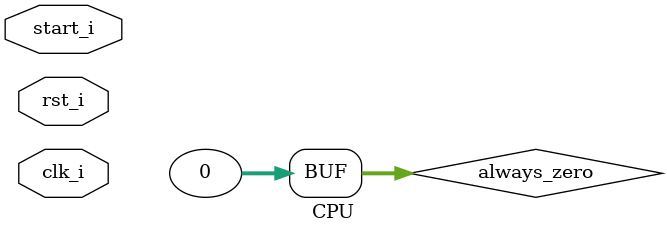
<source format=v>
module CPU
(
    clk_i, 
    rst_i,
    start_i
);

// Ports
input               clk_i;
input               rst_i;
input               start_i;

wire [31:0] IM_inst, IFID_inst, extended;
wire [31:0] Branch_addr;
wire        ctrl_RegDst;
wire        ctrl_ALUSrc;
wire        ctrl_RegWrite;
wire [1:0]  ctrl_ALUOp;
wire        ctrl_MemtoReg;
wire        ctrl_MemWrite;
wire        ctrl_Branch;
wire        ctrl_Jump;
wire        ctrl_ExtOp;
wire        harzard, flush;

wire [31:0] read_data1, read_data2;
wire [31:0] next_pc, now_pc, IFID_pc;
wire [4:0]  post_M5;
wire [31:0] post_M32;
wire [2:0]  ALU_ctrl;
wire [31:0] ALU_o;
wire        zero;
wire [31:0] always_zero;

assign always_zero = 0;

Adder Add_PC(
    .data1_in   (now_pc),
    .data2_in   (32'd4),
    .data_o     (next_pc)
);

Instruction_Memory Instruction_Memory(
    .addr_i     (now_pc), 
    .instr_o    (IM_inst)
);

Control Control(
    .Op_i       (IFID_inst[31:26]),
    .RegDst_o   (ctrl_RegDst),
    .ALUOp_o    (ctrl_ALUOp),
    .ALUSrc_o   (ctrl_ALUSrc),
    .MemWrite_o (ctrl_MemWrite),
    .RegWrite_o (ctrl_RegWrite),
    .MemtoReg_o (ctrl_MemtoReg),
    .Branch_o   (ctrl_Branch),
    .Jump_o     (ctrl_Jump),
    .ExtOp_o    (ctrl_ExtOp)
);

PC PC(
    .clk_i      (clk_i),
    .rst_i      (rst_i),
    .start_i    (start_i),
    .hazard_i   (harzard),
    .pc_i       (next_pc),
    .pc_o       (now_pc)
);

Sign_Extend Sign_Extend(
    .data_i     (IFID_inst[15:0]),
    .data_o     (extended)
);

Adder Add_Branch(
    .data1_in   ({extended[31:2], 2'b00}),
    .data2_in   (IFID_pc),
    .data_o     (Branch_addr)
);

MUX32 Mux_Harzard_Control(
    .data1_i    (),
    .data2_i    (always_zero),
    .select_i   (harzard),
    .data_o     ()
);


IF_ID IF_ID(
    .clk_i      (clk_i),
    .pc_i       (next_pc),
    .inst_i     (IM_inst),
    .harzard_i  (harzard),
    .flush_i    (flush),
    .pc_o       (IFID_pc),
    .inst_o     (IFID_inst)
);





Registers Registers(
    .clk_i      (clk_i),
    .RSaddr_i   (inst[25:21]),
    .RTaddr_i   (inst[20:16]),
    .RDaddr_i   (post_M5), 
    .RDdata_i   (ALU_o),
    .RegWrite_i (ctrl_RegWrite), 
    .RSdata_o   (read_data1), 
    .RTdata_o   (read_data2) 
);

MUX5 MUX_RegDst(
    .data1_i    (inst[20:16]),
    .data2_i    (inst[15:11]),
    .select_i   (ctrl_RegDst),
    .data_o     (post_M5)
);

MUX32 MUX_ALUSrc(
    .data1_i    (read_data2),
    .data2_i    (extended),
    .select_i   (ctrl_ALUSrc),
    .data_o     (post_M32)
);


  

ALU ALU(
    .data1_i    (read_data1),
    .data2_i    (post_M32),
    .ALUCtrl_i  (ALU_ctrl),
    .data_o     (ALU_o),
    .Zero_o     (zero)
);

ALU_Control ALU_Control(
    .funct_i    (inst[5:0]),
    .ALUOp_i    (ctrl_ALUOp),
    .ALUCtrl_o  (ALU_ctrl)
);

endmodule


</source>
